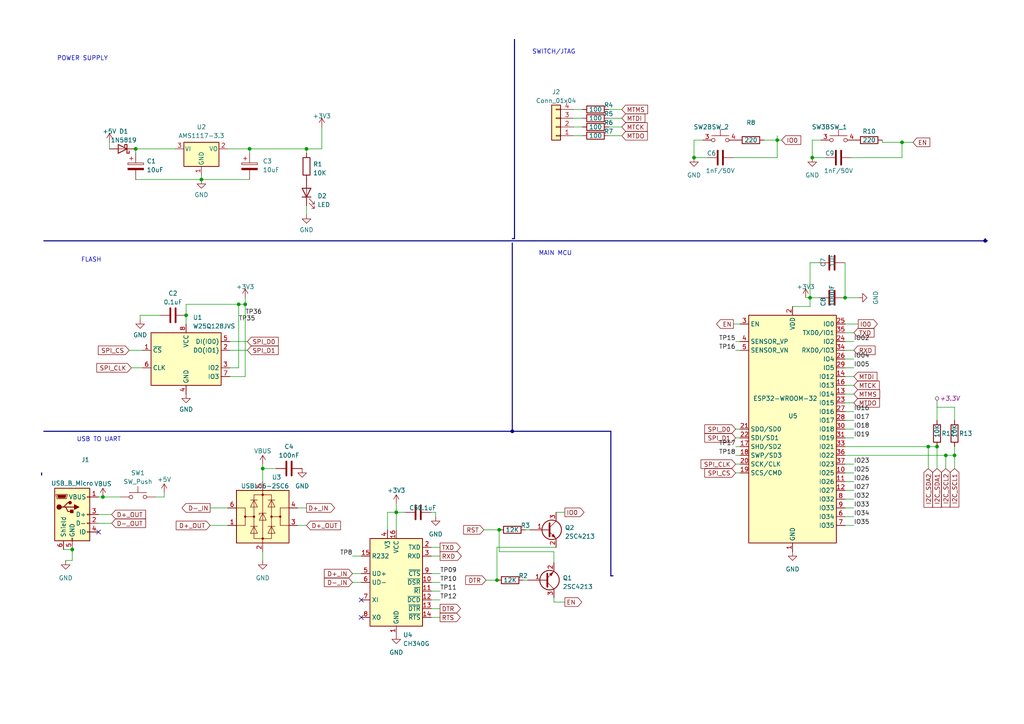
<source format=kicad_sch>
(kicad_sch (version 20220126) (generator eeschema)
  (paper "A4")
  (lib_symbols
    (symbol "Connector:USB_B_Micro" (pin_names (offset 1.016))
      (property "Reference" "J" (at -5.08 11.43 0))
      (property "Value" "USB_B_Micro" (at -5.08 8.89 0))
      (symbol "USB_B_Micro_0_1"
        (rectangle (start -5.08 -7.62) (end 5.08 7.62) (stroke (width 0.254)) (fill (type background)))
        (circle (center -3.81 2.159) (radius 0.635) (stroke (width 0.254)) (fill (type outline)))
        (circle (center -0.635 3.429) (radius 0.381) (stroke (width 0.254)) (fill (type outline)))
        (rectangle (start -0.127 -7.62) (end 0.127 -6.858))
        (polyline (pts (xy -1.905 2.159) (xy 0.635 2.159)) (stroke (width 0.254)))
        (polyline (pts (xy -3.175 2.159) (xy -2.54 2.159) (xy -1.27 3.429) (xy -0.635 3.429)) (stroke (width 0.254)))
        (polyline (pts (xy -2.54 2.159) (xy -1.905 2.159) (xy -1.27 0.889) (xy 0 0.889)) (stroke (width 0.254)))
        (polyline (pts (xy 0.635 2.794) (xy 0.635 1.524) (xy 1.905 2.159) (xy 0.635 2.794)) (stroke (width 0.254)) (fill (type outline)))
        (polyline (pts (xy -4.318 5.588) (xy -1.778 5.588) (xy -2.032 4.826) (xy -4.064 4.826) (xy -4.318 5.588)) (fill (type outline)))
        (polyline (pts (xy -4.699 5.842) (xy -4.699 5.588) (xy -4.445 4.826) (xy -4.445 4.572) (xy -1.651 4.572) (xy -1.651 4.826) (xy -1.397 5.588) (xy -1.397 5.842) (xy -4.699 5.842)))
        (rectangle (start 0.254 1.27) (end -0.508 0.508) (stroke (width 0.254)) (fill (type outline)))
        (rectangle (start 5.08 -5.207) (end 4.318 -4.953))
        (rectangle (start 5.08 -2.667) (end 4.318 -2.413))
        (rectangle (start 5.08 -0.127) (end 4.318 0.127))
        (rectangle (start 5.08 4.953) (end 4.318 5.207))
      )
      (symbol "USB_B_Micro_1_1"
        (pin power_out line (at 7.62 5.08 180) (length 2.54) (name "VBUS") (number "1"))
        (pin bidirectional line (at 7.62 -2.54 180) (length 2.54) (name "D-") (number "2"))
        (pin bidirectional line (at 7.62 0 180) (length 2.54) (name "D+") (number "3"))
        (pin passive line (at 7.62 -5.08 180) (length 2.54) (name "ID") (number "4"))
        (pin power_out line (at 0 -10.16 90) (length 2.54) (name "GND") (number "5"))
        (pin passive line (at -2.54 -10.16 90) (length 2.54) (name "Shield") (number "6"))
      )
    )
    (symbol "Connector_Generic:Conn_01x04" (pin_names (offset 1.016) hide)
      (property "Reference" "J" (at 0 5.08 0))
      (property "Value" "Conn_01x04" (at 0 -7.62 0))
      (symbol "Conn_01x04_1_1"
        (rectangle (start -1.27 -4.953) (end 0 -5.207) (stroke (width 0.1524)))
        (rectangle (start -1.27 -2.413) (end 0 -2.667) (stroke (width 0.1524)))
        (rectangle (start -1.27 0.127) (end 0 -0.127) (stroke (width 0.1524)))
        (rectangle (start -1.27 2.667) (end 0 2.413) (stroke (width 0.1524)))
        (rectangle (start -1.27 3.81) (end 1.27 -6.35) (stroke (width 0.254)) (fill (type background)))
        (pin passive line (at -5.08 2.54 0) (length 3.81) (name "Pin_1") (number "1"))
        (pin passive line (at -5.08 0 0) (length 3.81) (name "Pin_2") (number "2"))
        (pin passive line (at -5.08 -2.54 0) (length 3.81) (name "Pin_3") (number "3"))
        (pin passive line (at -5.08 -5.08 0) (length 3.81) (name "Pin_4") (number "4"))
      )
    )
    (symbol "Device:C" (pin_numbers hide) (pin_names (offset 0.254))
      (property "Reference" "C" (at 0.635 2.54 0))
      (property "Value" "C" (at 0.635 -2.54 0))
      (symbol "C_0_1"
        (polyline (pts (xy -2.032 -0.762) (xy 2.032 -0.762)) (stroke (width 0.508)))
        (polyline (pts (xy -2.032 0.762) (xy 2.032 0.762)) (stroke (width 0.508)))
      )
      (symbol "C_1_1"
        (pin passive line (at 0 3.81 270) (length 2.794) (name "~") (number "1"))
        (pin passive line (at 0 -3.81 90) (length 2.794) (name "~") (number "2"))
      )
    )
    (symbol "Device:C_Polarized" (pin_numbers hide) (pin_names (offset 0.254))
      (property "Reference" "C" (at 0.635 2.54 0))
      (property "Value" "C_Polarized" (at 0.635 -2.54 0))
      (symbol "C_Polarized_0_1"
        (rectangle (start -2.286 0.508) (end 2.286 1.016))
        (polyline (pts (xy -1.778 2.286) (xy -0.762 2.286)))
        (polyline (pts (xy -1.27 2.794) (xy -1.27 1.778)))
        (rectangle (start 2.286 -0.508) (end -2.286 -1.016) (fill (type outline)))
      )
      (symbol "C_Polarized_1_1"
        (pin passive line (at 0 3.81 270) (length 2.794) (name "~") (number "1"))
        (pin passive line (at 0 -3.81 90) (length 2.794) (name "~") (number "2"))
      )
    )
    (symbol "Device:LED" (pin_numbers hide) (pin_names (offset 1.016) hide)
      (property "Reference" "D" (at 0 2.54 0))
      (property "Value" "LED" (at 0 -2.54 0))
      (symbol "LED_0_1"
        (polyline (pts (xy -1.27 -1.27) (xy -1.27 1.27)) (stroke (width 0.254)))
        (polyline (pts (xy -1.27 0) (xy 1.27 0)))
        (polyline (pts (xy 1.27 -1.27) (xy 1.27 1.27) (xy -1.27 0) (xy 1.27 -1.27)) (stroke (width 0.254)))
        (polyline (pts (xy -3.048 -0.762) (xy -4.572 -2.286) (xy -3.81 -2.286) (xy -4.572 -2.286) (xy -4.572 -1.524)))
        (polyline (pts (xy -1.778 -0.762) (xy -3.302 -2.286) (xy -2.54 -2.286) (xy -3.302 -2.286) (xy -3.302 -1.524)))
      )
      (symbol "LED_1_1"
        (pin passive line (at -3.81 0 0) (length 2.54) (name "K") (number "1"))
        (pin passive line (at 3.81 0 180) (length 2.54) (name "A") (number "2"))
      )
    )
    (symbol "Device:R" (pin_numbers hide) (pin_names (offset 0))
      (property "Reference" "R" (at 2.032 0 90))
      (property "Value" "R" (at 0 0 90))
      (symbol "R_0_1"
        (rectangle (start -1.016 -2.54) (end 1.016 2.54) (stroke (width 0.254)))
      )
      (symbol "R_1_1"
        (pin passive line (at 0 3.81 270) (length 1.27) (name "~") (number "1"))
        (pin passive line (at 0 -3.81 90) (length 1.27) (name "~") (number "2"))
      )
    )
    (symbol "Diode:1N5819" (pin_numbers hide) (pin_names (offset 1.016) hide)
      (property "Reference" "D" (at 0 2.54 0))
      (property "Value" "1N5819" (at 0 -2.54 0))
      (symbol "1N5819_0_1"
        (polyline (pts (xy 1.27 0) (xy -1.27 0)))
        (polyline (pts (xy 1.27 1.27) (xy 1.27 -1.27) (xy -1.27 0) (xy 1.27 1.27)) (stroke (width 0.254)))
        (polyline (pts (xy -1.905 0.635) (xy -1.905 1.27) (xy -1.27 1.27) (xy -1.27 -1.27) (xy -0.635 -1.27) (xy -0.635 -0.635)) (stroke (width 0.254)))
      )
      (symbol "1N5819_1_1"
        (pin passive line (at -3.81 0 0) (length 2.54) (name "K") (number "1"))
        (pin passive line (at 3.81 0 180) (length 2.54) (name "A") (number "2"))
      )
    )
    (symbol "Interface_USB:CH340G"
      (property "Reference" "U" (at -5.08 13.97 0))
      (property "Value" "CH340G" (at 1.27 13.97 0))
      (symbol "CH340G_0_1"
        (rectangle (start -7.62 12.7) (end 7.62 -12.7) (stroke (width 0.254)) (fill (type background)))
      )
      (symbol "CH340G_1_1"
        (pin power_in line (at 0 -15.24 90) (length 2.54) (name "GND") (number "1"))
        (pin input line (at 10.16 0 180) (length 2.54) (name "~{DSR}") (number "10"))
        (pin input line (at 10.16 -2.54 180) (length 2.54) (name "~{RI}") (number "11"))
        (pin input line (at 10.16 -5.08 180) (length 2.54) (name "~{DCD}") (number "12"))
        (pin output line (at 10.16 -7.62 180) (length 2.54) (name "~{DTR}") (number "13"))
        (pin output line (at 10.16 -10.16 180) (length 2.54) (name "~{RTS}") (number "14"))
        (pin input line (at -10.16 7.62 0) (length 2.54) (name "R232") (number "15"))
        (pin power_in line (at 0 15.24 270) (length 2.54) (name "VCC") (number "16"))
        (pin output line (at 10.16 10.16 180) (length 2.54) (name "TXD") (number "2"))
        (pin input line (at 10.16 7.62 180) (length 2.54) (name "RXD") (number "3"))
        (pin passive line (at -2.54 15.24 270) (length 2.54) (name "V3") (number "4"))
        (pin bidirectional line (at -10.16 2.54 0) (length 2.54) (name "UD+") (number "5"))
        (pin bidirectional line (at -10.16 0 0) (length 2.54) (name "UD-") (number "6"))
        (pin input line (at -10.16 -5.08 0) (length 2.54) (name "XI") (number "7"))
        (pin output line (at -10.16 -10.16 0) (length 2.54) (name "XO") (number "8"))
        (pin input line (at 10.16 2.54 180) (length 2.54) (name "~{CTS}") (number "9"))
      )
    )
    (symbol "Memory_Flash:W25Q128JVS"
      (property "Reference" "U" (at -8.89 8.89 0))
      (property "Value" "W25Q128JVS" (at 7.62 8.89 0))
      (symbol "W25Q128JVS_0_1"
        (rectangle (start -10.16 7.62) (end 10.16 -7.62) (stroke (width 0.254)) (fill (type background)))
      )
      (symbol "W25Q128JVS_1_1"
        (pin input line (at -12.7 2.54 0) (length 2.54) (name "~{CS}") (number "1"))
        (pin bidirectional line (at 12.7 2.54 180) (length 2.54) (name "DO(IO1)") (number "2"))
        (pin bidirectional line (at 12.7 -2.54 180) (length 2.54) (name "IO2") (number "3"))
        (pin power_in line (at 0 -10.16 90) (length 2.54) (name "GND") (number "4"))
        (pin bidirectional line (at 12.7 5.08 180) (length 2.54) (name "DI(IO0)") (number "5"))
        (pin input line (at -12.7 -2.54 0) (length 2.54) (name "CLK") (number "6"))
        (pin bidirectional line (at 12.7 -5.08 180) (length 2.54) (name "IO3") (number "7"))
        (pin power_in line (at 0 10.16 270) (length 2.54) (name "VCC") (number "8"))
      )
    )
    (symbol "Power_Protection:USBLC6-2SC6" (pin_names hide)
      (property "Reference" "U" (at 2.54 8.89 0))
      (property "Value" "USBLC6-2SC6" (at 2.54 -8.89 0))
      (symbol "USBLC6-2SC6_0_1"
        (rectangle (start -7.62 -7.62) (end 7.62 7.62) (stroke (width 0.254)) (fill (type background)))
        (circle (center -5.08 0) (radius 0.254) (fill (type outline)))
        (circle (center -2.54 0) (radius 0.254) (fill (type outline)))
        (rectangle (start -2.54 6.35) (end 2.54 -6.35))
        (circle (center 0 -6.35) (radius 0.254) (fill (type outline)))
        (polyline (pts (xy -5.08 -2.54) (xy -7.62 -2.54)))
        (polyline (pts (xy -5.08 0) (xy -5.08 -2.54)))
        (polyline (pts (xy -5.08 2.54) (xy -7.62 2.54)))
        (polyline (pts (xy -1.524 -2.794) (xy -3.556 -2.794)))
        (polyline (pts (xy -1.524 4.826) (xy -3.556 4.826)))
        (polyline (pts (xy 0 -7.62) (xy 0 -6.35)))
        (polyline (pts (xy 0 -6.35) (xy 0 1.27)))
        (polyline (pts (xy 0 1.27) (xy 0 6.35)))
        (polyline (pts (xy 0 6.35) (xy 0 7.62)))
        (polyline (pts (xy 1.524 -2.794) (xy 3.556 -2.794)))
        (polyline (pts (xy 1.524 4.826) (xy 3.556 4.826)))
        (polyline (pts (xy 5.08 -2.54) (xy 7.62 -2.54)))
        (polyline (pts (xy 5.08 0) (xy 5.08 -2.54)))
        (polyline (pts (xy 5.08 2.54) (xy 7.62 2.54)))
        (polyline (pts (xy -2.54 0) (xy -5.08 0) (xy -5.08 2.54)))
        (polyline (pts (xy 2.54 0) (xy 5.08 0) (xy 5.08 2.54)))
        (polyline (pts (xy -3.556 -4.826) (xy -1.524 -4.826) (xy -2.54 -2.794) (xy -3.556 -4.826)))
        (polyline (pts (xy -3.556 2.794) (xy -1.524 2.794) (xy -2.54 4.826) (xy -3.556 2.794)))
        (polyline (pts (xy -1.016 -1.016) (xy 1.016 -1.016) (xy 0 1.016) (xy -1.016 -1.016)))
        (polyline (pts (xy 1.016 1.016) (xy 0.762 1.016) (xy -1.016 1.016) (xy -1.016 0.508)))
        (polyline (pts (xy 3.556 -4.826) (xy 1.524 -4.826) (xy 2.54 -2.794) (xy 3.556 -4.826)))
        (polyline (pts (xy 3.556 2.794) (xy 1.524 2.794) (xy 2.54 4.826) (xy 3.556 2.794)))
        (circle (center 0 6.35) (radius 0.254) (fill (type outline)))
        (circle (center 2.54 0) (radius 0.254) (fill (type outline)))
        (circle (center 5.08 0) (radius 0.254) (fill (type outline)))
      )
      (symbol "USBLC6-2SC6_1_1"
        (pin passive line (at -10.16 -2.54 0) (length 2.54) (name "I/O1") (number "1"))
        (pin passive line (at 0 -10.16 90) (length 2.54) (name "GND") (number "2"))
        (pin passive line (at 10.16 -2.54 180) (length 2.54) (name "I/O2") (number "3"))
        (pin passive line (at 10.16 2.54 180) (length 2.54) (name "I/O2") (number "4"))
        (pin passive line (at 0 10.16 270) (length 2.54) (name "VBUS") (number "5"))
        (pin passive line (at -10.16 2.54 0) (length 2.54) (name "I/O1") (number "6"))
      )
    )
    (symbol "RF_Module:ESP32-WROOM-32"
      (property "Reference" "U" (at -12.7 34.29 0))
      (property "Value" "ESP32-WROOM-32" (at 1.27 34.29 0))
      (symbol "ESP32-WROOM-32_0_1"
        (rectangle (start -12.7 33.02) (end 12.7 -33.02) (stroke (width 0.254)) (fill (type background)))
      )
      (symbol "ESP32-WROOM-32_1_1"
        (pin power_in line (at 0 -35.56 90) (length 2.54) (name "GND") (number "1"))
        (pin bidirectional line (at 15.24 -12.7 180) (length 2.54) (name "IO25") (number "10"))
        (pin bidirectional line (at 15.24 -15.24 180) (length 2.54) (name "IO26") (number "11"))
        (pin bidirectional line (at 15.24 -17.78 180) (length 2.54) (name "IO27") (number "12"))
        (pin bidirectional line (at 15.24 10.16 180) (length 2.54) (name "IO14") (number "13"))
        (pin bidirectional line (at 15.24 15.24 180) (length 2.54) (name "IO12") (number "14"))
        (pin passive line (at 0 -35.56 90) (length 2.54) hide (name "GND") (number "15"))
        (pin bidirectional line (at 15.24 12.7 180) (length 2.54) (name "IO13") (number "16"))
        (pin bidirectional line (at -15.24 -5.08 0) (length 2.54) (name "SHD/SD2") (number "17"))
        (pin bidirectional line (at -15.24 -7.62 0) (length 2.54) (name "SWP/SD3") (number "18"))
        (pin bidirectional line (at -15.24 -12.7 0) (length 2.54) (name "SCS/CMD") (number "19"))
        (pin power_in line (at 0 35.56 270) (length 2.54) (name "VDD") (number "2"))
        (pin bidirectional line (at -15.24 -10.16 0) (length 2.54) (name "SCK/CLK") (number "20"))
        (pin bidirectional line (at -15.24 0 0) (length 2.54) (name "SDO/SD0") (number "21"))
        (pin bidirectional line (at -15.24 -2.54 0) (length 2.54) (name "SDI/SD1") (number "22"))
        (pin bidirectional line (at 15.24 7.62 180) (length 2.54) (name "IO15") (number "23"))
        (pin bidirectional line (at 15.24 25.4 180) (length 2.54) (name "IO2") (number "24"))
        (pin bidirectional line (at 15.24 30.48 180) (length 2.54) (name "IO0") (number "25"))
        (pin bidirectional line (at 15.24 20.32 180) (length 2.54) (name "IO4") (number "26"))
        (pin bidirectional line (at 15.24 5.08 180) (length 2.54) (name "IO16") (number "27"))
        (pin bidirectional line (at 15.24 2.54 180) (length 2.54) (name "IO17") (number "28"))
        (pin bidirectional line (at 15.24 17.78 180) (length 2.54) (name "IO5") (number "29"))
        (pin input line (at -15.24 30.48 0) (length 2.54) (name "EN") (number "3"))
        (pin bidirectional line (at 15.24 0 180) (length 2.54) (name "IO18") (number "30"))
        (pin bidirectional line (at 15.24 -2.54 180) (length 2.54) (name "IO19") (number "31"))
        (pin no_connect line (at -12.7 -27.94 0) (length 2.54) hide (name "NC") (number "32"))
        (pin bidirectional line (at 15.24 -5.08 180) (length 2.54) (name "IO21") (number "33"))
        (pin bidirectional line (at 15.24 22.86 180) (length 2.54) (name "RXD0/IO3") (number "34"))
        (pin bidirectional line (at 15.24 27.94 180) (length 2.54) (name "TXD0/IO1") (number "35"))
        (pin bidirectional line (at 15.24 -7.62 180) (length 2.54) (name "IO22") (number "36"))
        (pin bidirectional line (at 15.24 -10.16 180) (length 2.54) (name "IO23") (number "37"))
        (pin passive line (at 0 -35.56 90) (length 2.54) hide (name "GND") (number "38"))
        (pin passive line (at 0 -35.56 90) (length 2.54) hide (name "GND") (number "39"))
        (pin input line (at -15.24 25.4 0) (length 2.54) (name "SENSOR_VP") (number "4"))
        (pin input line (at -15.24 22.86 0) (length 2.54) (name "SENSOR_VN") (number "5"))
        (pin input line (at 15.24 -25.4 180) (length 2.54) (name "IO34") (number "6"))
        (pin input line (at 15.24 -27.94 180) (length 2.54) (name "IO35") (number "7"))
        (pin bidirectional line (at 15.24 -20.32 180) (length 2.54) (name "IO32") (number "8"))
        (pin bidirectional line (at 15.24 -22.86 180) (length 2.54) (name "IO33") (number "9"))
      )
    )
    (symbol "Regulator_Linear:AMS1117-3.3" (pin_names (offset 0.254))
      (property "Reference" "U" (at -3.81 3.175 0))
      (property "Value" "AMS1117-3.3" (at 0 3.175 0))
      (symbol "AMS1117-3.3_0_1"
        (rectangle (start -5.08 -5.08) (end 5.08 1.905) (stroke (width 0.254)) (fill (type background)))
      )
      (symbol "AMS1117-3.3_1_1"
        (pin power_in line (at 0 -7.62 90) (length 2.54) (name "GND") (number "1"))
        (pin power_out line (at 7.62 0 180) (length 2.54) (name "VO") (number "2"))
        (pin power_in line (at -7.62 0 0) (length 2.54) (name "VI") (number "3"))
      )
    )
    (symbol "Switch:SW_Push" (pin_numbers hide) (pin_names (offset 1.016) hide)
      (property "Reference" "SW" (at 1.27 2.54 0))
      (property "Value" "SW_Push" (at 0 -1.524 0))
      (symbol "SW_Push_0_1"
        (circle (center -2.032 0) (radius 0.508))
        (polyline (pts (xy 0 1.27) (xy 0 3.048)))
        (polyline (pts (xy 2.54 1.27) (xy -2.54 1.27)))
        (circle (center 2.032 0) (radius 0.508))
        (pin passive line (at -5.08 0 0) (length 2.54) (name "1") (number "1"))
        (pin passive line (at 5.08 0 180) (length 2.54) (name "2") (number "2"))
      )
    )
    (symbol "Switch:SW_Push_Dual_x2" (pin_names (offset 1.016) hide)
      (property "Reference" "SW" (at 1.27 2.54 0))
      (property "Value" "SW_Push_Dual_x2" (at 0 -1.524 0))
      (symbol "SW_Push_Dual_x2_0_1"
        (circle (center -2.032 0) (radius 0.508))
        (polyline (pts (xy 0 1.27) (xy 0 3.048)))
        (polyline (pts (xy 2.54 1.27) (xy -2.54 1.27)))
        (circle (center 2.032 0) (radius 0.508))
      )
      (symbol "SW_Push_Dual_x2_1_1"
        (pin passive line (at -5.08 0 0) (length 2.54) (name "C") (number "1"))
        (pin passive line (at 5.08 0 180) (length 2.54) (name "D") (number "2"))
      )
      (symbol "SW_Push_Dual_x2_2_1"
        (pin passive line (at -5.08 0 0) (length 2.54) (name "C") (number "3"))
        (pin passive line (at 5.08 0 180) (length 2.54) (name "D") (number "4"))
      )
    )
    (symbol "Transistor_BJT:2SC4213" (pin_names (offset 0) hide)
      (property "Reference" "Q" (at 5.08 1.905 0))
      (property "Value" "2SC4213" (at 5.08 0 0))
      (symbol "2SC4213_0_1"
        (polyline (pts (xy 0.635 0.635) (xy 2.54 2.54)))
        (polyline (pts (xy 0.635 -0.635) (xy 2.54 -2.54) (xy 2.54 -2.54)))
        (polyline (pts (xy 0.635 1.905) (xy 0.635 -1.905) (xy 0.635 -1.905)) (stroke (width 0.508)))
        (polyline (pts (xy 1.27 -1.778) (xy 1.778 -1.27) (xy 2.286 -2.286) (xy 1.27 -1.778) (xy 1.27 -1.778)) (fill (type outline)))
        (circle (center 1.27 0) (radius 2.8194) (stroke (width 0.254)))
      )
      (symbol "2SC4213_1_1"
        (pin input line (at -5.08 0 0) (length 5.715) (name "B") (number "1"))
        (pin passive line (at 2.54 -5.08 90) (length 2.54) (name "E") (number "2"))
        (pin passive line (at 2.54 5.08 270) (length 2.54) (name "C") (number "3"))
      )
    )
    (symbol "power:+3.3V" (power) (pin_names (offset 0))
      (property "Value" "+3.3V" (at 0 3.556 0))
      (symbol "+3.3V_0_1"
        (polyline (pts (xy -0.762 1.27) (xy 0 2.54)))
        (polyline (pts (xy 0 0) (xy 0 2.54)))
        (polyline (pts (xy 0 2.54) (xy 0.762 1.27)))
      )
      (symbol "+3.3V_1_1"
        (pin power_in line (at 0 0 90) (length 0) hide (name "+3V3") (number "1"))
      )
    )
    (symbol "power:+5V" (power) (pin_names (offset 0))
      (property "Value" "+5V" (at 0 3.556 0))
      (symbol "+5V_0_1"
        (polyline (pts (xy -0.762 1.27) (xy 0 2.54)))
        (polyline (pts (xy 0 0) (xy 0 2.54)))
        (polyline (pts (xy 0 2.54) (xy 0.762 1.27)))
      )
      (symbol "+5V_1_1"
        (pin power_in line (at 0 0 90) (length 0) hide (name "+5V") (number "1"))
      )
    )
    (symbol "power:GND" (power) (pin_names (offset 0))
      (property "Value" "GND" (at 0 -3.81 0))
      (symbol "GND_0_1"
        (polyline (pts (xy 0 0) (xy 0 -1.27) (xy 1.27 -1.27) (xy 0 -2.54) (xy -1.27 -1.27) (xy 0 -1.27)))
      )
      (symbol "GND_1_1"
        (pin power_in line (at 0 0 270) (length 0) hide (name "GND") (number "1"))
      )
    )
    (symbol "power:VBUS" (power) (pin_names (offset 0))
      (property "Value" "VBUS" (at 0 3.81 0))
      (symbol "VBUS_0_1"
        (polyline (pts (xy -0.762 1.27) (xy 0 2.54)))
        (polyline (pts (xy 0 0) (xy 0 2.54)))
        (polyline (pts (xy 0 2.54) (xy 0.762 1.27)))
      )
      (symbol "VBUS_1_1"
        (pin power_in line (at 0 0 90) (length 0) hide (name "VBUS") (number "1"))
      )
    )
  )
  (junction (at 58.42 52.07))
  (junction (at 269.24 129.54))
  (junction (at 76.2 135.89))
  (junction (at 144.78 153.67))
  (junction (at 276.86 132.08))
  (junction (at 225.425 40.64))
  (junction (at 261.62 41.275))
  (junction (at 114.935 148.59))
  (junction (at 201.295 45.72))
  (junction (at 144.145 168.275))
  (junction (at 39.37 43.18))
  (junction (at 148.59 125.095))
  (junction (at 29.845 144.145))
  (junction (at 72.39 43.18))
  (junction (at 285.75 69.85))
  (junction (at 274.32 132.08))
  (junction (at 71.12 88.265))
  (junction (at 20.955 159.385))
  (junction (at 53.975 91.44))
  (junction (at 235.585 45.72))
  (junction (at 88.9 43.18))
  (junction (at 271.78 129.54))
  (junction (at 69.215 88.265))
  (junction (at 234.95 86.36))
  (junction (at 245.11 86.36))
  (no_connect (at 104.775 179.07))
  (no_connect (at 104.775 173.99))
  (no_connect (at 28.575 154.305))
  (bus (pts (xy 285.75 69.85) (xy 286.385 69.85)))
  (bus (pts (xy 148.59 125.095) (xy 177.165 125.095)))
  (wire (pts (xy 269.24 129.54) (xy 271.78 129.54)))
  (wire (pts (xy 140.335 153.67) (xy 144.78 153.67)))
  (wire (pts (xy 114.935 146.05) (xy 114.935 148.59)))
  (wire (pts (xy 125.095 158.75) (xy 127.635 158.75)))
  (wire (pts (xy 213.36 134.62) (xy 214.63 134.62)))
  (wire (pts (xy 102.235 168.91) (xy 104.775 168.91)))
  (wire (pts (xy 276.86 132.08) (xy 276.86 135.89)))
  (wire (pts (xy 276.86 132.08) (xy 274.32 132.08)))
  (wire (pts (xy 235.585 40.64) (xy 235.585 45.72)))
  (bus (pts (xy 12.7 69.85) (xy 285.75 69.85)))
  (wire (pts (xy 114.935 148.59) (xy 114.935 153.67)))
  (wire (pts (xy 271.78 118.11) (xy 271.78 121.92)))
  (wire (pts (xy 245.11 86.36) (xy 248.92 86.36)))
  (wire (pts (xy 225.425 40.64) (xy 225.425 39.37)))
  (wire (pts (xy 53.975 88.265) (xy 53.975 91.44)))
  (wire (pts (xy 58.42 50.8) (xy 58.42 52.07)))
  (wire (pts (xy 201.295 40.64) (xy 201.295 45.72)))
  (wire (pts (xy 28.575 151.765) (xy 32.385 151.765)))
  (wire (pts (xy 245.11 137.16) (xy 247.65 137.16)))
  (wire (pts (xy 176.53 39.37) (xy 180.34 39.37)))
  (wire (pts (xy 213.36 99.06) (xy 214.63 99.06)))
  (wire (pts (xy 86.36 152.4) (xy 88.9 152.4)))
  (wire (pts (xy 245.11 142.24) (xy 247.65 142.24)))
  (wire (pts (xy 245.11 129.54) (xy 269.24 129.54)))
  (wire (pts (xy 245.11 76.2) (xy 245.11 86.36)))
  (wire (pts (xy 112.395 153.67) (xy 112.395 148.59)))
  (wire (pts (xy 213.36 137.16) (xy 214.63 137.16)))
  (wire (pts (xy 69.215 88.265) (xy 53.975 88.265)))
  (wire (pts (xy 245.11 99.06) (xy 247.65 99.06)))
  (wire (pts (xy 161.29 158.75) (xy 144.145 158.75)))
  (wire (pts (xy 166.37 31.75) (xy 168.91 31.75)))
  (wire (pts (xy 245.11 132.08) (xy 274.32 132.08)))
  (wire (pts (xy 276.86 118.11) (xy 271.78 118.11)))
  (wire (pts (xy 28.575 149.225) (xy 32.385 149.225)))
  (wire (pts (xy 269.24 135.89) (xy 269.24 129.54)))
  (wire (pts (xy 71.12 88.265) (xy 69.215 88.265)))
  (wire (pts (xy 125.095 176.53) (xy 127.635 176.53)))
  (wire (pts (xy 18.415 159.385) (xy 20.955 159.385)))
  (wire (pts (xy 234.95 86.36) (xy 234.95 88.9)))
  (wire (pts (xy 245.11 127) (xy 247.65 127)))
  (wire (pts (xy 213.36 132.08) (xy 214.63 132.08)))
  (wire (pts (xy 125.095 166.37) (xy 127.635 166.37)))
  (bus (pts (xy 149.225 11.43) (xy 149.225 69.215)))
  (wire (pts (xy 274.32 132.08) (xy 274.32 135.89)))
  (wire (pts (xy 245.11 149.86) (xy 247.65 149.86)))
  (wire (pts (xy 245.11 101.6) (xy 247.65 101.6)))
  (wire (pts (xy 245.11 104.14) (xy 247.65 104.14)))
  (wire (pts (xy 66.675 101.6) (xy 71.755 101.6)))
  (wire (pts (xy 102.235 161.29) (xy 104.775 161.29)))
  (wire (pts (xy 245.11 121.92) (xy 247.65 121.92)))
  (wire (pts (xy 76.2 160.02) (xy 76.2 162.56)))
  (wire (pts (xy 37.465 101.6) (xy 41.275 101.6)))
  (wire (pts (xy 144.145 158.75) (xy 144.145 168.275)))
  (bus (pts (xy 177.165 125.095) (xy 177.165 167.005)))
  (wire (pts (xy 40.64 91.44) (xy 40.64 92.71)))
  (bus (pts (xy 177.165 167.005) (xy 177.8 167.005)))
  (wire (pts (xy 233.68 86.36) (xy 234.95 86.36)))
  (wire (pts (xy 88.9 43.18) (xy 93.345 43.18)))
  (wire (pts (xy 151.765 168.275) (xy 153.035 168.275)))
  (wire (pts (xy 261.62 45.72) (xy 261.62 41.275)))
  (wire (pts (xy 160.655 160.02) (xy 160.655 163.195)))
  (wire (pts (xy 276.86 121.92) (xy 276.86 118.11)))
  (wire (pts (xy 245.11 93.98) (xy 248.92 93.98)))
  (wire (pts (xy 88.9 59.69) (xy 88.9 62.23)))
  (wire (pts (xy 125.095 179.07) (xy 127.635 179.07)))
  (wire (pts (xy 71.12 86.36) (xy 71.12 88.265)))
  (wire (pts (xy 69.215 88.265) (xy 69.215 106.68)))
  (wire (pts (xy 160.655 174.625) (xy 163.83 174.625)))
  (wire (pts (xy 234.95 86.36) (xy 234.95 76.2)))
  (wire (pts (xy 235.585 45.72) (xy 239.395 45.72)))
  (wire (pts (xy 245.11 119.38) (xy 247.65 119.38)))
  (wire (pts (xy 245.11 144.78) (xy 247.65 144.78)))
  (wire (pts (xy 166.37 36.83) (xy 168.91 36.83)))
  (wire (pts (xy 144.78 153.67) (xy 144.78 160.02)))
  (wire (pts (xy 245.11 139.7) (xy 247.65 139.7)))
  (wire (pts (xy 28.575 144.145) (xy 29.845 144.145)))
  (wire (pts (xy 29.845 144.145) (xy 34.925 144.145)))
  (wire (pts (xy 125.095 148.59) (xy 126.365 148.59)))
  (wire (pts (xy 66.675 99.06) (xy 71.755 99.06)))
  (wire (pts (xy 213.36 127) (xy 214.63 127)))
  (wire (pts (xy 255.905 41.275) (xy 261.62 41.275)))
  (wire (pts (xy 114.935 148.59) (xy 117.475 148.59)))
  (wire (pts (xy 47.625 142.875) (xy 47.625 144.145)))
  (wire (pts (xy 234.95 86.36) (xy 237.49 86.36)))
  (wire (pts (xy 245.11 109.22) (xy 247.65 109.22)))
  (wire (pts (xy 276.86 129.54) (xy 276.86 132.08)))
  (wire (pts (xy 176.53 34.29) (xy 180.34 34.29)))
  (wire (pts (xy 212.725 45.72) (xy 225.425 45.72)))
  (wire (pts (xy 201.295 45.72) (xy 205.105 45.72)))
  (wire (pts (xy 102.235 166.37) (xy 104.775 166.37)))
  (bus (pts (xy 12.7 125.095) (xy 148.59 125.095)))
  (bus (pts (xy 285.75 69.215) (xy 285.75 69.85)))
  (bus (pts (xy 148.59 69.215) (xy 149.225 69.215)))
  (wire (pts (xy 261.62 41.275) (xy 264.795 41.275)))
  (wire (pts (xy 76.2 139.7) (xy 76.2 135.89)))
  (wire (pts (xy 88.9 43.18) (xy 88.9 44.45)))
  (wire (pts (xy 60.96 152.4) (xy 66.04 152.4)))
  (wire (pts (xy 39.37 43.18) (xy 50.8 43.18)))
  (wire (pts (xy 58.42 52.07) (xy 72.39 52.07)))
  (wire (pts (xy 245.11 96.52) (xy 247.65 96.52)))
  (wire (pts (xy 166.37 39.37) (xy 168.91 39.37)))
  (wire (pts (xy 38.1 106.68) (xy 41.275 106.68)))
  (wire (pts (xy 112.395 148.59) (xy 114.935 148.59)))
  (bus (pts (xy 12.065 137.16) (xy 12.065 137.795)))
  (wire (pts (xy 69.215 106.68) (xy 66.675 106.68)))
  (wire (pts (xy 160.655 173.355) (xy 160.655 174.625)))
  (wire (pts (xy 225.425 40.64) (xy 226.695 40.64)))
  (wire (pts (xy 166.37 34.29) (xy 168.91 34.29)))
  (wire (pts (xy 176.53 36.83) (xy 180.34 36.83)))
  (wire (pts (xy 245.11 114.3) (xy 247.65 114.3)))
  (wire (pts (xy 66.04 43.18) (xy 72.39 43.18)))
  (wire (pts (xy 93.345 43.18) (xy 93.345 36.83)))
  (wire (pts (xy 86.36 147.32) (xy 88.9 147.32)))
  (wire (pts (xy 255.905 41.275) (xy 255.905 40.64)))
  (wire (pts (xy 45.085 144.145) (xy 47.625 144.145)))
  (wire (pts (xy 245.11 106.68) (xy 247.65 106.68)))
  (wire (pts (xy 39.37 52.07) (xy 58.42 52.07)))
  (wire (pts (xy 125.095 173.99) (xy 127.635 173.99)))
  (wire (pts (xy 53.975 91.44) (xy 53.975 93.98)))
  (wire (pts (xy 203.835 40.64) (xy 201.295 40.64)))
  (wire (pts (xy 72.39 43.18) (xy 88.9 43.18)))
  (wire (pts (xy 212.725 93.98) (xy 214.63 93.98)))
  (wire (pts (xy 225.425 45.72) (xy 225.425 40.64)))
  (wire (pts (xy 221.615 40.64) (xy 225.425 40.64)))
  (wire (pts (xy 126.365 148.59) (xy 126.365 149.86)))
  (wire (pts (xy 39.37 43.18) (xy 39.37 44.45)))
  (wire (pts (xy 213.36 124.46) (xy 214.63 124.46)))
  (wire (pts (xy 161.29 148.59) (xy 163.83 148.59)))
  (wire (pts (xy 176.53 31.75) (xy 180.34 31.75)))
  (wire (pts (xy 71.12 88.265) (xy 71.12 109.22)))
  (wire (pts (xy 245.11 116.84) (xy 247.65 116.84)))
  (wire (pts (xy 46.355 91.44) (xy 40.64 91.44)))
  (wire (pts (xy 245.11 124.46) (xy 247.65 124.46)))
  (wire (pts (xy 20.955 159.385) (xy 20.955 162.56)))
  (wire (pts (xy 60.96 147.32) (xy 66.04 147.32)))
  (wire (pts (xy 144.78 160.02) (xy 160.655 160.02)))
  (wire (pts (xy 245.11 134.62) (xy 247.65 134.62)))
  (wire (pts (xy 125.095 168.91) (xy 127.635 168.91)))
  (wire (pts (xy 271.78 129.54) (xy 271.78 135.89)))
  (wire (pts (xy 213.36 101.6) (xy 214.63 101.6)))
  (bus (pts (xy 148.59 70.485) (xy 148.59 125.095)))
  (wire (pts (xy 20.955 162.56) (xy 19.05 162.56)))
  (wire (pts (xy 31.75 41.275) (xy 31.75 43.18)))
  (wire (pts (xy 125.095 171.45) (xy 127.635 171.45)))
  (wire (pts (xy 140.97 168.275) (xy 144.145 168.275)))
  (wire (pts (xy 245.11 152.4) (xy 247.65 152.4)))
  (wire (pts (xy 238.125 40.64) (xy 235.585 40.64)))
  (wire (pts (xy 76.2 135.89) (xy 80.01 135.89)))
  (wire (pts (xy 152.4 153.67) (xy 153.67 153.67)))
  (wire (pts (xy 234.95 76.2) (xy 237.49 76.2)))
  (wire (pts (xy 245.11 111.76) (xy 247.65 111.76)))
  (wire (pts (xy 229.87 88.9) (xy 234.95 88.9)))
  (wire (pts (xy 213.36 129.54) (xy 214.63 129.54)))
  (wire (pts (xy 72.39 43.18) (xy 72.39 44.45)))
  (wire (pts (xy 125.095 161.29) (xy 127.635 161.29)))
  (wire (pts (xy 247.015 45.72) (xy 261.62 45.72)))
  (wire (pts (xy 66.675 109.22) (xy 71.12 109.22)))
  (wire (pts (xy 245.11 147.32) (xy 247.65 147.32)))
  (wire (pts (xy 76.2 134.62) (xy 76.2 135.89)))
  (text "MAIN MCU" (at 156.21 74.295 0) (effects (font (size 1.27 1.27)) (justify left bottom)))
  (text "USB TO UART" (at 22.225 128.27 0) (effects (font (size 1.27 1.27)) (justify left bottom)))
  (text "POWER SUPPLY\n" (at 16.51 17.78 0) (effects (font (size 1.27 1.27)) (justify left bottom)))
  (text "FLASH" (at 23.495 76.2 0) (effects (font (size 1.27 1.27)) (justify left bottom)))
  (text "SWITCH/JTAG\n" (at 154.305 15.875 0) (effects (font (size 1.27 1.27)) (justify left bottom)))
  (label "TP09" (at 127.635 166.37 0))
  (label "IO26" (at 247.65 139.7 0))
  (label "TP12" (at 127.635 173.99 0))
  (label "TP8" (at 102.235 161.29 0))
  (label "IO02" (at 247.65 99.06 0))
  (label "IO34" (at 247.65 149.86 0))
  (label "TP15" (at 213.36 99.06 0))
  (label "IO25" (at 247.65 137.16 0))
  (label "TP16" (at 213.36 101.6 0))
  (label "IO19" (at 247.65 127 0))
  (label "IO35" (at 247.65 152.4 0))
  (label "TP35" (at 69.215 93.345 0))
  (label "IO23" (at 247.65 134.62 0))
  (label "TP11" (at 127.635 171.45 0))
  (label "IO04" (at 247.65 104.14 0))
  (label "IO33" (at 247.65 147.32 0))
  (label "IO17" (at 247.65 121.92 0))
  (label "TP18" (at 213.36 132.08 0))
  (label "TP17" (at 213.36 129.54 0))
  (label "IO32" (at 247.65 144.78 0))
  (label "IO16" (at 247.65 119.38 0))
  (label "IO18" (at 247.65 124.46 0))
  (label "IO27" (at 247.65 142.24 0))
  (label "IO05" (at 247.65 106.68 0))
  (label "TP10" (at 127.635 168.91 0))
  (label "TP36" (at 71.12 91.44 0))
  (global_label "IO0" (shape output) (at 163.83 148.59 0) (property "Intersheetrefs" "${INTERSHEET_REFS}" (effects hide)))
  (global_label "D+_IN" (shape input) (at 102.235 166.37 180) (property "Intersheetrefs" "${INTERSHEET_REFS}" (effects hide)))
  (global_label "RTS" (shape output) (at 127.635 179.07 0) (property "Intersheetrefs" "${INTERSHEET_REFS}" (effects hide)))
  (global_label "I2C_SDA2" (shape input) (at 269.24 135.89 270) (property "Intersheetrefs" "${INTERSHEET_REFS}" (effects hide)))
  (global_label "SPI_CS" (shape input) (at 37.465 101.6 180) (property "Intersheetrefs" "${INTERSHEET_REFS}" (effects hide)))
  (global_label "D+_OUT" (shape input) (at 88.9 152.4 0) (property "Intersheetrefs" "${INTERSHEET_REFS}" (effects hide)))
  (global_label "DTR" (shape output) (at 127.635 176.53 0) (property "Intersheetrefs" "${INTERSHEET_REFS}" (effects hide)))
  (global_label "I2C_SCL1" (shape input) (at 276.86 135.89 270) (property "Intersheetrefs" "${INTERSHEET_REFS}" (effects hide)))
  (global_label "I2C_SDA1" (shape input) (at 271.78 135.89 270) (property "Intersheetrefs" "${INTERSHEET_REFS}" (effects hide)))
  (global_label "SPI_CLK" (shape input) (at 38.1 106.68 180) (property "Intersheetrefs" "${INTERSHEET_REFS}" (effects hide)))
  (global_label "MTDI" (shape input) (at 180.34 34.29 0) (property "Intersheetrefs" "${INTERSHEET_REFS}" (effects hide)))
  (global_label "MTDO" (shape input) (at 180.34 39.37 0) (property "Intersheetrefs" "${INTERSHEET_REFS}" (effects hide)))
  (global_label "MTMS" (shape input) (at 180.34 31.75 0) (property "Intersheetrefs" "${INTERSHEET_REFS}" (effects hide)))
  (global_label "MTCK" (shape input) (at 180.34 36.83 0) (property "Intersheetrefs" "${INTERSHEET_REFS}" (effects hide)))
  (global_label "SPI_CLK" (shape input) (at 213.36 134.62 180) (property "Intersheetrefs" "${INTERSHEET_REFS}" (effects hide)))
  (global_label "DTR" (shape input) (at 140.97 168.275 180) (property "Intersheetrefs" "${INTERSHEET_REFS}" (effects hide)))
  (global_label "EN" (shape output) (at 212.725 93.98 180) (property "Intersheetrefs" "${INTERSHEET_REFS}" (effects hide)))
  (global_label "D-_IN" (shape output) (at 60.96 147.32 180) (property "Intersheetrefs" "${INTERSHEET_REFS}" (effects hide)))
  (global_label "D-_OUT" (shape input) (at 32.385 151.765 0) (property "Intersheetrefs" "${INTERSHEET_REFS}" (effects hide)))
  (global_label "MTDI" (shape input) (at 247.65 109.22 0) (property "Intersheetrefs" "${INTERSHEET_REFS}" (effects hide)))
  (global_label "SPI_D0" (shape input) (at 71.755 99.06 0) (property "Intersheetrefs" "${INTERSHEET_REFS}" (effects hide)))
  (global_label "IO0" (shape output) (at 248.92 93.98 0) (property "Intersheetrefs" "${INTERSHEET_REFS}" (effects hide)))
  (global_label "RST" (shape input) (at 140.335 153.67 180) (property "Intersheetrefs" "${INTERSHEET_REFS}" (effects hide)))
  (global_label "D+_OUT" (shape input) (at 60.96 152.4 180) (property "Intersheetrefs" "${INTERSHEET_REFS}" (effects hide)))
  (global_label "D+_OUT" (shape input) (at 32.385 149.225 0) (property "Intersheetrefs" "${INTERSHEET_REFS}" (effects hide)))
  (global_label "SPI_CS" (shape input) (at 213.36 137.16 180) (property "Intersheetrefs" "${INTERSHEET_REFS}" (effects hide)))
  (global_label "D+_IN" (shape output) (at 88.9 147.32 0) (property "Intersheetrefs" "${INTERSHEET_REFS}" (effects hide)))
  (global_label "MTDO" (shape input) (at 247.65 116.84 0) (property "Intersheetrefs" "${INTERSHEET_REFS}" (effects hide)))
  (global_label "EN" (shape output) (at 163.83 174.625 0) (property "Intersheetrefs" "${INTERSHEET_REFS}" (effects hide)))
  (global_label "MTMS" (shape input) (at 247.65 114.3 0) (property "Intersheetrefs" "${INTERSHEET_REFS}" (effects hide)))
  (global_label "SPI_D1" (shape input) (at 213.36 127 180) (property "Intersheetrefs" "${INTERSHEET_REFS}" (effects hide)))
  (global_label "MTCK" (shape input) (at 247.65 111.76 0) (property "Intersheetrefs" "${INTERSHEET_REFS}" (effects hide)))
  (global_label "RXD" (shape input) (at 247.65 101.6 0) (property "Intersheetrefs" "${INTERSHEET_REFS}" (effects hide)))
  (global_label "I2C_SCL2" (shape input) (at 274.32 135.89 270) (property "Intersheetrefs" "${INTERSHEET_REFS}" (effects hide)))
  (global_label "SPI_D0" (shape input) (at 213.36 124.46 180) (property "Intersheetrefs" "${INTERSHEET_REFS}" (effects hide)))
  (global_label "RXD" (shape output) (at 127.635 161.29 0) (property "Intersheetrefs" "${INTERSHEET_REFS}" (effects hide)))
  (global_label "SPI_D1" (shape input) (at 71.755 101.6 0) (property "Intersheetrefs" "${INTERSHEET_REFS}" (effects hide)))
  (global_label "D-_IN" (shape input) (at 102.235 168.91 180) (property "Intersheetrefs" "${INTERSHEET_REFS}" (effects hide)))
  (global_label "IO0" (shape input) (at 226.695 40.64 0) (property "Intersheetrefs" "${INTERSHEET_REFS}" (effects hide)))
  (global_label "EN" (shape input) (at 264.795 41.275 0) (property "Intersheetrefs" "${INTERSHEET_REFS}" (effects hide)))
  (global_label "TXD" (shape output) (at 127.635 158.75 0) (property "Intersheetrefs" "${INTERSHEET_REFS}" (effects hide)))
  (global_label "TXD" (shape input) (at 247.65 96.52 0) (property "Intersheetrefs" "${INTERSHEET_REFS}" (effects hide)))
  (netclass_flag "" (length 2.54) (shape round) (at 271.78 118.11 0) (property "Netclass" "+3.3V" (at 272.5738 115.57 0) (effects (font italic) (justify left))))
  (symbol (lib_id "power:GND") (at 87.63 135.89 0) (unit 1)
    (property "Reference" "#PWR0107" (effects hide))
    (property "Value" "GND" (at 87.63 140.97 0))
  )
  (symbol (lib_id "power:GND") (at 88.9 62.23 0) (unit 1)
    (property "Reference" "#PWR0113" (effects hide))
    (property "Value" "GND" (at 88.9 66.675 0))
  )
  (symbol (lib_id "Regulator_Linear:AMS1117-3.3") (at 58.42 43.18 0) (unit 1)
    (property "Reference" "U2" (at 58.42 36.83 0))
    (property "Value" "AMS1117-3.3" (at 58.42 39.37 0))
    (property "Footprint" "Package_TO_SOT_SMD:SOT-223-3_TabPin2" (effects hide))
    (property "Datasheet" "http://www.advanced-monolithic.com/pdf/ds1117.pdf" (effects hide))
  )
  (symbol (lib_id "power:GND") (at 114.935 184.15 0) (unit 1)
    (property "Reference" "#PWR0115" (effects hide))
    (property "Value" "GND" (at 114.935 189.23 0))
  )
  (symbol (lib_id "power:GND") (at 40.64 92.71 0) (unit 1)
    (property "Reference" "#PWR0119" (effects hide))
    (property "Value" "GND" (at 40.64 97.155 0))
  )
  (symbol (lib_id "Device:R") (at 217.805 40.64 90) (unit 1)
    (property "Reference" "R8" (at 217.805 35.56 90))
    (property "Value" "220" (at 217.805 40.64 90))
    (property "Footprint" "Resistor_SMD:R_0603_1608Metric_Pad0.98x0.95mm_HandSolder" (effects hide))
  )
  (symbol (lib_id "power:+3.3V") (at 93.345 36.83 0) (unit 1)
    (property "Reference" "#PWR0112" (effects hide))
    (property "Value" "+3.3V" (at 93.345 33.655 0))
  )
  (symbol (lib_id "Device:C") (at 241.3 86.36 90) (unit 1)
    (property "Reference" "C8" (at 238.76 88.9 0) (effects (justify left)))
    (property "Value" "100UF" (at 241.3 88.9 0) (effects (justify left)))
    (property "Footprint" "Capacitor_SMD:C_0603_1608Metric_Pad1.08x0.95mm_HandSolder" (effects hide))
  )
  (symbol (lib_id "power:GND") (at 201.295 45.72 0) (unit 1)
    (property "Reference" "#PWR0101" (effects hide))
    (property "Value" "GND" (at 201.295 50.8 0))
  )
  (symbol (lib_id "Device:C") (at 241.3 76.2 90) (unit 1)
    (property "Reference" "C7" (at 238.76 77.47 0) (effects (justify left)))
    (property "Value" "1UF" (at 241.3 77.47 0) (effects (justify left)))
    (property "Footprint" "Capacitor_SMD:C_0603_1608Metric_Pad1.08x0.95mm_HandSolder" (effects hide))
  )
  (symbol (lib_id "Memory_Flash:W25Q128JVS") (at 53.975 104.14 0) (unit 1)
    (property "Reference" "U1" (at 55.9309 92.075 0) (effects (justify left)))
    (property "Value" "W25Q128JVS" (at 55.9309 94.615 0) (effects (justify left)))
    (property "Footprint" "Package_SO:SOIC-8_5.23x5.23mm_P1.27mm" (effects hide))
    (property "Datasheet" "http://www.winbond.com/resource-files/w25q128jv_dtr%20revc%2003272018%20plus.pdf" (effects hide))
  )
  (symbol (lib_id "Device:C") (at 50.165 91.44 90) (unit 1)
    (property "Reference" "C2" (at 50.165 85.09 90))
    (property "Value" "0.1uF" (at 50.165 87.63 90))
    (property "Footprint" "Capacitor_SMD:C_0603_1608Metric_Pad1.08x0.95mm_HandSolder" (effects hide))
  )
  (symbol (lib_id "Device:C_Polarized") (at 72.39 48.26 0) (unit 1)
    (property "Reference" "C3" (at 76.2 46.736 0) (effects (justify left)))
    (property "Value" "10uF" (at 76.2 49.276 0) (effects (justify left)))
    (property "Footprint" "Capacitor_SMD:C_0603_1608Metric_Pad1.08x0.95mm_HandSolder" (effects hide))
  )
  (symbol (lib_id "Device:R") (at 172.72 31.75 90) (unit 1)
    (property "Reference" "R4" (at 176.53 30.48 90))
    (property "Value" "100" (at 172.72 31.75 90))
    (property "Footprint" "Resistor_SMD:R_0603_1608Metric_Pad0.98x0.95mm_HandSolder" (effects hide))
  )
  (symbol (lib_id "power:GND") (at 126.365 149.86 0) (unit 1)
    (property "Reference" "#PWR0114" (effects hide))
    (property "Value" "GND" (at 126.365 154.94 0))
  )
  (symbol (lib_id "power:VBUS") (at 29.845 144.145 0) (unit 1)
    (property "Reference" "#PWR0109" (effects hide))
    (property "Value" "VBUS" (at 29.845 140.335 0))
  )
  (symbol (lib_id "power:GND") (at 76.2 162.56 0) (unit 1)
    (property "Reference" "#PWR0121" (effects hide))
    (property "Value" "GND" (at 76.2 167.64 0))
  )
  (symbol (lib_id "Diode:1N5819") (at 35.56 43.18 180) (unit 1)
    (property "Reference" "D1" (at 35.8775 38.1 0))
    (property "Value" "1N5819" (at 35.8775 40.64 0))
    (property "Footprint" "Diode_THT:D_DO-41_SOD81_P10.16mm_Horizontal" (effects hide))
    (property "Datasheet" "http://www.vishay.com/docs/88525/1n5817.pdf" (effects hide))
  )
  (symbol (lib_id "Device:LED") (at 88.9 55.88 90) (unit 1)
    (property "Reference" "D2" (at 92.075 56.8325 90) (effects (justify right)))
    (property "Value" "LED" (at 92.075 59.3725 90) (effects (justify right)))
    (property "Footprint" "LED_SMD:LED_0603_1608Metric_Pad1.05x0.95mm_HandSolder" (effects hide))
  )
  (symbol (lib_id "Device:C") (at 243.205 45.72 270) (unit 1)
    (property "Reference" "C9" (at 240.665 44.45 90))
    (property "Value" "1nF{slash}50V" (at 243.205 49.53 90))
    (property "Footprint" "Capacitor_SMD:C_0603_1608Metric_Pad1.08x0.95mm_HandSolder" (effects hide))
  )
  (symbol (lib_id "Device:R") (at 252.095 40.64 90) (unit 1)
    (property "Reference" "R10" (at 252.095 38.1 90))
    (property "Value" "220" (at 252.095 40.64 90))
    (property "Footprint" "Resistor_SMD:R_0603_1608Metric_Pad0.98x0.95mm_HandSolder" (effects hide))
  )
  (symbol (lib_id "Device:R") (at 88.9 48.26 0) (unit 1)
    (property "Reference" "R1" (at 90.805 47.625 0) (effects (justify left)))
    (property "Value" "10K" (at 90.805 50.165 0) (effects (justify left)))
    (property "Footprint" "Resistor_SMD:R_0603_1608Metric_Pad0.98x0.95mm_HandSolder" (effects hide))
  )
  (symbol (lib_id "power:+5V") (at 31.75 41.275 0) (unit 1)
    (property "Reference" "#PWR0111" (effects hide))
    (property "Value" "+5V" (at 31.75 38.1 0))
  )
  (symbol (lib_id "power:GND") (at 53.975 114.3 0) (unit 1)
    (property "Reference" "#PWR0118" (effects hide))
    (property "Value" "GND" (at 53.975 118.745 0))
  )
  (symbol (lib_id "power:+5V") (at 47.625 142.875 0) (unit 1)
    (property "Reference" "#PWR0110" (effects hide))
    (property "Value" "+5V" (at 47.625 139.065 0))
  )
  (symbol (lib_id "power:GND") (at 58.42 52.07 0) (unit 1)
    (property "Reference" "#PWR0117" (effects hide))
    (property "Value" "GND" (at 58.42 56.515 0))
  )
  (symbol (lib_id "power:VBUS") (at 76.2 134.62 0) (unit 1)
    (property "Reference" "#PWR0108" (effects hide))
    (property "Value" "VBUS" (at 76.2 130.81 0))
  )
  (symbol (lib_id "Device:R") (at 172.72 39.37 90) (unit 1)
    (property "Reference" "R7" (at 176.53 38.1 90))
    (property "Value" "100" (at 172.72 39.37 90))
    (property "Footprint" "Resistor_SMD:R_0603_1608Metric_Pad0.98x0.95mm_HandSolder" (effects hide))
  )
  (symbol (lib_id "Device:C") (at 83.82 135.89 270) (unit 1)
    (property "Reference" "C4" (at 83.82 129.54 90))
    (property "Value" "100nF" (at 83.82 132.08 90))
    (property "Footprint" "Capacitor_SMD:C_0603_1608Metric_Pad1.08x0.95mm_HandSolder" (effects hide))
  )
  (symbol (lib_id "power:GND") (at 248.92 86.36 90) (unit 1)
    (property "Reference" "#PWR0102" (effects hide))
    (property "Value" "GND" (at 254 86.36 0))
  )
  (symbol (lib_id "RF_Module:ESP32-WROOM-32") (at 229.87 124.46 0) (unit 1)
    (property "Reference" "U5" (at 228.6 120.65 0) (effects (justify left)))
    (property "Value" "ESP32-WROOM-32" (at 218.44 115.57 0) (effects (justify left)))
    (property "Footprint" "RF_Module:ESP32-WROOM-32" (effects hide))
    (property "Datasheet" "https://www.espressif.com/sites/default/files/documentation/esp32-wroom-32_datasheet_en.pdf" (effects hide))
  )
  (symbol (lib_id "power:GND") (at 19.05 162.56 0) (unit 1)
    (property "Reference" "#PWR0106" (effects hide))
    (property "Value" "GND" (at 19.05 167.64 0))
  )
  (symbol (lib_id "Device:C") (at 208.915 45.72 270) (unit 1)
    (property "Reference" "C6" (at 206.375 44.45 90))
    (property "Value" "1nF{slash}50V" (at 208.915 49.53 90))
    (property "Footprint" "Capacitor_SMD:C_0603_1608Metric_Pad1.08x0.95mm_HandSolder" (effects hide))
  )
  (symbol (lib_id "Device:C") (at 121.285 148.59 270) (unit 1)
    (property "Reference" "C5" (at 120.015 147.32 90))
    (property "Value" "0.1uF" (at 123.825 147.32 90))
    (property "Footprint" "Capacitor_SMD:C_0603_1608Metric_Pad1.08x0.95mm_HandSolder" (effects hide))
  )
  (symbol (lib_id "Switch:SW_Push") (at 40.005 144.145 0) (unit 1)
    (property "Reference" "SW1" (at 40.005 137.16 0))
    (property "Value" "SW_Push" (at 40.005 139.7 0))
  )
  (symbol (lib_id "power:+3.3V") (at 114.935 146.05 0) (unit 1)
    (property "Reference" "#PWR0116" (effects hide))
    (property "Value" "+3.3V" (at 114.935 142.24 0))
  )
  (symbol (lib_id "Device:R") (at 172.72 34.29 90) (unit 1)
    (property "Reference" "R5" (at 176.53 33.02 90))
    (property "Value" "100" (at 172.72 34.29 90))
    (property "Footprint" "Resistor_SMD:R_0603_1608Metric_Pad0.98x0.95mm_HandSolder" (effects hide))
  )
  (symbol (lib_id "Connector:USB_B_Micro") (at 20.955 149.225 0) (unit 1)
    (property "Reference" "J1" (at 24.765 133.35 0))
    (property "Value" "USB_B_Micro" (at 20.955 140.1826 0))
    (property "Footprint" "Connector_USB:USB_Micro-B_GCT_USB3076-30-A" (effects hide))
  )
  (symbol (lib_id "power:+3.3V") (at 71.12 86.36 0) (unit 1)
    (property "Reference" "#PWR0120" (effects hide))
    (property "Value" "+3.3V" (at 71.12 83.185 0))
  )
  (symbol (lib_id "Device:R") (at 148.59 153.67 90) (unit 1)
    (property "Reference" "R3" (at 152.4 152.4 90))
    (property "Value" "12K" (at 148.59 153.67 90))
    (property "Footprint" "Resistor_SMD:R_0603_1608Metric_Pad0.98x0.95mm_HandSolder" (effects hide))
  )
  (symbol (lib_id "Device:R") (at 172.72 36.83 90) (unit 1)
    (property "Reference" "R6" (at 176.53 35.56 90))
    (property "Value" "100" (at 172.72 36.83 90))
    (property "Footprint" "Resistor_SMD:R_0603_1608Metric_Pad0.98x0.95mm_HandSolder" (effects hide))
  )
  (symbol (lib_id "Switch:SW_Push_Dual_x2") (at 243.205 40.64 0) (unit 2)
    (property "Reference" "SW3" (at 238.125 36.83 0))
    (property "Value" "SW_1" (at 243.205 36.83 0))
  )
  (symbol (lib_id "power:GND") (at 229.87 160.02 0) (unit 1)
    (property "Reference" "#PWR0105" (effects hide))
    (property "Value" "GND" (at 229.87 165.1 0))
  )
  (symbol (lib_id "Connector_Generic:Conn_01x04") (at 161.29 36.83 180) (unit 1)
    (property "Reference" "J2" (at 161.29 26.67 0))
    (property "Value" "Conn_01x04" (at 161.29 29.21 0))
  )
  (symbol (lib_id "Device:R") (at 271.78 125.73 0) (unit 1)
    (property "Reference" "R12" (at 273.05 125.73 0) (effects (justify left)))
    (property "Value" "10K" (at 271.78 127 90) (effects (justify left)))
    (property "Footprint" "Resistor_SMD:R_0603_1608Metric_Pad0.98x0.95mm_HandSolder" (effects hide))
  )
  (symbol (lib_id "Transistor_BJT:2SC4213") (at 158.115 168.275 0) (mirror x) (unit 1)
    (property "Reference" "Q1" (at 163.195 167.64 0) (effects (justify left)))
    (property "Value" "2SC4213" (at 163.195 170.18 0) (effects (justify left)))
    (property "Footprint" "Package_TO_SOT_SMD:SOT-323_SC-70" (effects hide))
    (property "Datasheet" "https://toshiba.semicon-storage.com/info/docget.jsp?did=19305&prodName=2SC4213" (effects hide))
  )
  (symbol (lib_id "power:GND") (at 235.585 45.72 0) (unit 1)
    (property "Reference" "#PWR0104" (effects hide))
    (property "Value" "GND" (at 235.585 50.8 0))
  )
  (symbol (lib_id "Interface_USB:CH340G") (at 114.935 168.91 0) (unit 1)
    (property "Reference" "U4" (at 116.8909 184.15 0) (effects (justify left)))
    (property "Value" "CH340G" (at 116.8909 186.69 0) (effects (justify left)))
    (property "Footprint" "Package_SO:SOIC-16_3.9x9.9mm_P1.27mm" (effects hide))
    (property "Datasheet" "http://www.datasheet5.com/pdf-local-2195953" (effects hide))
  )
  (symbol (lib_id "Device:R") (at 147.955 168.275 90) (unit 1)
    (property "Reference" "R2" (at 151.765 167.005 90))
    (property "Value" "12K" (at 147.955 168.275 90))
    (property "Footprint" "Resistor_SMD:R_0603_1608Metric_Pad0.98x0.95mm_HandSolder" (effects hide))
  )
  (symbol (lib_id "power:+3.3V") (at 233.68 86.36 0) (unit 1)
    (property "Reference" "#PWR0103" (effects hide))
    (property "Value" "+3.3V" (at 233.68 83.185 0))
  )
  (symbol (lib_id "Transistor_BJT:2SC4213") (at 158.75 153.67 0) (unit 1)
    (property "Reference" "Q2" (at 163.83 153.035 0) (effects (justify left)))
    (property "Value" "2SC4213" (at 163.83 155.575 0) (effects (justify left)))
    (property "Footprint" "Package_TO_SOT_SMD:SOT-323_SC-70" (effects hide))
    (property "Datasheet" "https://toshiba.semicon-storage.com/info/docget.jsp?did=19305&prodName=2SC4213" (effects hide))
  )
  (symbol (lib_id "Switch:SW_Push_Dual_x2") (at 208.915 40.64 0) (unit 2)
    (property "Reference" "SW2" (at 203.835 36.83 0))
    (property "Value" "SW_2" (at 208.915 36.83 0))
  )
  (symbol (lib_id "Power_Protection:USBLC6-2SC6") (at 76.2 149.86 0) (unit 1)
    (property "Reference" "U3" (at 78.8417 138.43 0) (effects (justify left)))
    (property "Value" "USBLC6-2SC6" (at 69.85 140.97 0) (effects (justify left)))
    (property "Footprint" "Package_TO_SOT_SMD:SOT-23-6" (effects hide))
    (property "Datasheet" "https://www.st.com/resource/en/datasheet/usblc6-2.pdf" (effects hide))
  )
  (symbol (lib_id "Device:R") (at 276.86 125.73 0) (unit 1)
    (property "Reference" "R13" (at 278.13 125.73 0) (effects (justify left)))
    (property "Value" "10K" (at 276.86 127 90) (effects (justify left)))
    (property "Footprint" "Resistor_SMD:R_0603_1608Metric_Pad0.98x0.95mm_HandSolder" (effects hide))
  )
  (symbol (lib_id "Device:C_Polarized") (at 39.37 48.26 0) (unit 1)
    (property "Reference" "C1" (at 42.545 46.736 0) (effects (justify left)))
    (property "Value" "10uF " (at 42.545 49.276 0) (effects (justify left)))
    (property "Footprint" "Capacitor_SMD:C_0603_1608Metric_Pad1.08x0.95mm_HandSolder" (effects hide))
  )
)
</source>
